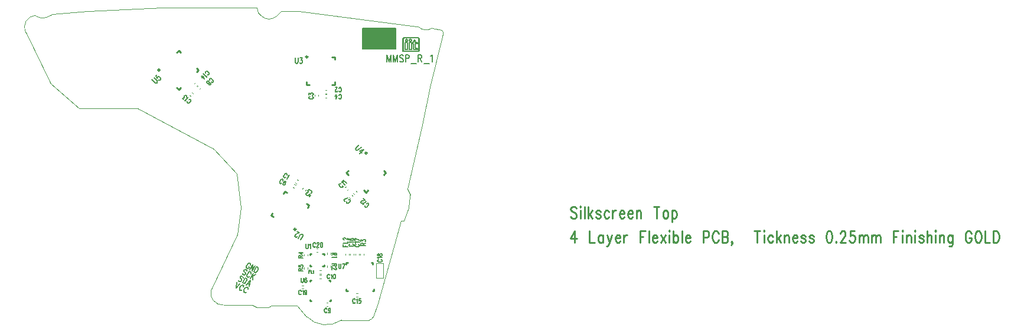
<source format=gbr>
*
*
G04 PADS 9.4.1 Build Number: 494907 generated Gerber (RS-274-X) file*
G04 PC Version=2.1*
*
%IN "MMSP_R_1.pcb"*%
*
%MOIN*%
*
%FSLAX35Y35*%
*
*
*
*
G04 PC Standard Apertures*
*
*
G04 Thermal Relief Aperture macro.*
%AMTER*
1,1,$1,0,0*
1,0,$1-$2,0,0*
21,0,$3,$4,0,0,45*
21,0,$3,$4,0,0,135*
%
*
*
G04 Annular Aperture macro.*
%AMANN*
1,1,$1,0,0*
1,0,$2,0,0*
%
*
*
G04 Odd Aperture macro.*
%AMODD*
1,1,$1,0,0*
1,0,$1-0.005,0,0*
%
*
*
G04 PC Custom Aperture Macros*
*
*
*
*
*
*
G04 PC Aperture Table*
*
%ADD010C,0.001*%
%ADD011C,0.00394*%
%ADD012C,0.004*%
%ADD013C,0.01*%
%ADD014C,0.00591*%
%ADD015C,0.00787*%
*
*
*
*
G04 PC Circuitry*
G04 Layer Name MMSP_R_1.pcb - circuitry*
%LPD*%
*
*
G04 PC Custom Flashes*
G04 Layer Name MMSP_R_1.pcb - flashes*
%LPD*%
*
*
G04 PC Circuitry*
G04 Layer Name MMSP_R_1.pcb - circuitry*
%LPD*%
*
G54D10*
G01X1084338Y879416D02*
G75*
G03X1091450Y870727I6795J-1694D01*
G01X1084337Y879411D02*
X1084469Y879661D01*
X1084449Y879640*
X1099338Y910590*
X1101338Y925590*
X1099000Y945000*
X1086000Y959000*
X1043000Y982000*
X1010098*
X994098Y996000*
X979772Y1024917*
X985282Y1034748D02*
G03X979774Y1024913I607J-6800D01*
G01X985288Y1034748D02*
X985335Y1034744D01*
X986024Y1034055*
X986021Y1034056D02*
G03X994094Y1034883I3373J6886D01*
G01X994091Y1034881D02*
X994565Y1035356D01*
X1015000Y1037000*
X1057000Y1039000*
X1110433*
G03X1113187Y1034052I5045J-433*
G01X1113191Y1034049D02*
G03X1121065I3937J4610D01*
G01X1121067Y1034051D02*
X1124016Y1037000D01*
X1134000*
X1200197Y1028298*
X1201353*
G03X1209173Y1027455I4431J4416*
G01X1209174D02*
X1209247Y1027530D01*
X1214758Y1026365*
X1215407Y1024033D02*
G03X1214757Y1026366I-2399J589D01*
G01X1215407Y1024032D02*
X1208068Y994095D01*
X1203663Y972687*
X1195353Y936537*
X1196877Y932972*
X1193429Y918301D02*
G03X1196877Y932946I-27976J14316D01*
G01X1193432Y918307D02*
X1191535D01*
X1188000Y905000*
X1178563Y871588*
X1175919Y863986*
X1173588Y862205D02*
G03X1175920Y863988I-330J2848D01*
G01X1173585Y862205D02*
X1158055D01*
X1138351Y864223D02*
G03X1158054Y862204I11040J10587D01*
G01X1138356Y864218D02*
X1132826Y870374D01*
X1118110*
X1116978Y869242*
X1110236*
X1107677Y870727*
X1091453*
G54D11*
X1133530Y941241D02*
X1132814Y941654D01*
X1132546Y939536D02*
X1131830Y939949D01*
X1146497Y887600D02*
X1145670D01*
X1146497Y885631D02*
X1145670D01*
X1160578Y937813D02*
X1159994Y937229D01*
X1161970Y936421D02*
X1161386Y935837D01*
X1164746Y934003D02*
X1165330Y933419D01*
X1166138Y935395D02*
X1166722Y934811D01*
X1072226Y989515D02*
X1072811Y988931D01*
X1073618Y990907D02*
X1074203Y990323D01*
X1076430Y994667D02*
X1077014Y995252D01*
X1075038Y996059D02*
X1075622Y996644D01*
X1167126Y877402D02*
X1166299D01*
X1167126Y875433D02*
X1166299D01*
X1162953Y899803D02*
Y898976D01*
X1164921Y899803D02*
Y898976D01*
X1165906Y899803D02*
Y898976D01*
X1167874Y899803D02*
Y898976D01*
X1148819Y990512D02*
X1149646D01*
X1148819Y992480D02*
X1149646D01*
X1142874Y989764D02*
Y988937D01*
X1144843Y989764D02*
Y988937D01*
X1148819Y988150D02*
X1149646D01*
X1148819Y990118D02*
X1149646D01*
X1137501Y935368D02*
X1137914Y936084D01*
X1135796Y936352D02*
X1136209Y937068D01*
X1132152Y938682D02*
X1131436Y939095D01*
X1131168Y936977D02*
X1130452Y937390D01*
X1162384Y931641D02*
X1162968Y931057D01*
X1163776Y933033D02*
X1164360Y932449D01*
X1078004Y993092D02*
X1078589Y993677D01*
X1076613Y994484D02*
X1077197Y995069D01*
X1150434Y872049D02*
X1149607D01*
X1150434Y870080D02*
X1149607D01*
X1145669Y888543D02*
X1146496D01*
X1145669Y890512D02*
X1146496D01*
X1160197Y899803D02*
Y898976D01*
X1162165Y899803D02*
Y898976D01*
X1152028Y899457D02*
Y900284D01*
X1150059Y899457D02*
Y900284D01*
X1149983Y893034D02*
Y892207D01*
X1151951Y893034D02*
Y892207D01*
X1168661Y899803D02*
Y898976D01*
X1170630Y899803D02*
Y898976D01*
X1136437Y881891D02*
X1135610D01*
X1136437Y879922D02*
X1135610D01*
X1136988Y899525D02*
Y898698D01*
X1138956Y899525D02*
Y898698D01*
X1139035Y891216D02*
Y892043D01*
X1137066Y891216D02*
Y892043D01*
X1144685Y902795D02*
X1143858D01*
X1144685Y900827D02*
X1143858D01*
G54D12*
X1181724Y894554D02*
X1177724D01*
Y886154*
X1181724*
Y894554*
G54D13*
X1140945Y884843D02*
X1140157D01*
Y884055*
Y873819D02*
Y873031D01*
X1140945*
X1151181D02*
X1151969D01*
Y873819*
X1151575Y884055D02*
Y884843D01*
X1150787*
X1161449Y894614D02*
X1160661D01*
Y893827*
Y879654D02*
Y878866D01*
X1161449*
X1175622D02*
X1176409D01*
Y879654*
X1175622Y893827D02*
Y894614D01*
X1174835*
X1132353Y913625D02*
G03X1132353I-573J0D01*
G01X1119506Y920711D02*
X1118142Y921499D01*
X1118929Y922863*
X1127380Y934350D02*
X1126016Y935137D01*
X1125229Y933773*
X1138290Y928050D02*
X1139681Y927247D01*
X1138878Y925856*
X1138959Y1011220D02*
G03X1138959I-573J0D01*
G01X1152559D02*
X1154134D01*
Y1009646*
X1152559Y995472D02*
X1154134D01*
Y997047*
X1139961Y995472D02*
X1138354D01*
Y997079*
X1172424Y956805D02*
G03X1172424I-574J0D01*
G01X1181872Y946783D02*
X1182986Y945669D01*
X1181872Y944556*
X1170737Y935647D02*
X1171850Y934534D01*
X1172964Y935647*
X1161828Y944556D02*
X1160693Y945692D01*
X1161828Y946827*
X1055579Y1003740D02*
G03X1055579I-573J0D01*
G01X1065028Y1013762D02*
X1066142Y1014876D01*
X1067255Y1013762*
X1076164Y1002627D02*
X1077277Y1003740D01*
X1076164Y1004854*
X1067255Y993718D02*
X1066119Y992582D01*
X1064984Y993718*
X1140255Y893391D02*
Y892604D01*
X1141043*
X1147342D02*
X1148129D01*
Y893391*
Y898903D02*
Y899690D01*
X1147342*
X1141043D02*
X1140255D01*
Y898903*
X1289674Y912665D02*
X1287402Y908290D01*
X1290811*
X1289674Y912665D02*
Y906102D01*
X1298083Y912665D02*
Y906102D01*
X1300811*
X1305583Y910477D02*
Y906102D01*
Y909540D02*
X1305129Y910165D01*
X1304674Y910477*
X1303992*
X1303538Y910165*
X1303083Y909540*
X1302856Y908602*
Y907977*
X1303083Y907040*
X1303538Y906415*
X1303992Y906102*
X1304674*
X1305129Y906415*
X1305583Y907040*
X1307856Y910477D02*
X1309220Y906102D01*
X1310583Y910477D02*
X1309220Y906102D01*
X1308765Y904852*
X1308311Y904227*
X1307856Y903915*
X1307629*
X1312629Y908602D02*
X1315356D01*
Y909227*
X1315129Y909852*
X1314902Y910165*
X1314447Y910477*
X1313765*
X1313311Y910165*
X1312856Y909540*
X1312629Y908602*
Y907977*
X1312856Y907040*
X1313311Y906415*
X1313765Y906102*
X1314447*
X1314902Y906415*
X1315356Y907040*
X1317402Y910477D02*
Y906102D01*
Y908602D02*
X1317629Y909540D01*
X1318083Y910165*
X1318538Y910477*
X1319220*
X1326492Y912665D02*
Y906102D01*
Y912665D02*
X1329447D01*
X1326492Y909540D02*
X1328311D01*
X1331492Y912665D02*
Y906102D01*
X1333538Y908602D02*
X1336265D01*
Y909227*
X1336038Y909852*
X1335811Y910165*
X1335356Y910477*
X1334674*
X1334220Y910165*
X1333765Y909540*
X1333538Y908602*
Y907977*
X1333765Y907040*
X1334220Y906415*
X1334674Y906102*
X1335356*
X1335811Y906415*
X1336265Y907040*
X1338311Y910477D02*
X1340811Y906102D01*
Y910477D02*
X1338311Y906102D01*
X1342856Y912665D02*
X1343083Y912352D01*
X1343311Y912665*
X1343083Y912977*
X1342856Y912665*
X1343083Y910477D02*
Y906102D01*
X1345356Y912665D02*
Y906102D01*
Y909540D02*
X1345811Y910165D01*
X1346265Y910477*
X1346947*
X1347402Y910165*
X1347856Y909540*
X1348083Y908602*
Y907977*
X1347856Y907040*
X1347402Y906415*
X1346947Y906102*
X1346265*
X1345811Y906415*
X1345356Y907040*
X1350129Y912665D02*
Y906102D01*
X1352174Y908602D02*
X1354902D01*
Y909227*
X1354674Y909852*
X1354447Y910165*
X1353992Y910477*
X1353311*
X1352856Y910165*
X1352402Y909540*
X1352174Y908602*
Y907977*
X1352402Y907040*
X1352856Y906415*
X1353311Y906102*
X1353992*
X1354447Y906415*
X1354902Y907040*
X1362174Y912665D02*
Y906102D01*
Y912665D02*
X1364220D01*
X1364902Y912352*
X1365129Y912040*
X1365356Y911415*
Y910477*
X1365129Y909852*
X1364902Y909540*
X1364220Y909227*
X1362174*
X1370811Y911102D02*
X1370583Y911727D01*
X1370129Y912352*
X1369674Y912665*
X1368765*
X1368311Y912352*
X1367856Y911727*
X1367629Y911102*
X1367402Y910165*
Y908602*
X1367629Y907665*
X1367856Y907040*
X1368311Y906415*
X1368765Y906102*
X1369674*
X1370129Y906415*
X1370583Y907040*
X1370811Y907665*
X1372856Y912665D02*
Y906102D01*
Y912665D02*
X1374902D01*
X1375583Y912352*
X1375811Y912040*
X1376038Y911415*
Y910790*
X1375811Y910165*
X1375583Y909852*
X1374902Y909540*
X1372856D02*
X1374902D01*
X1375583Y909227*
X1375811Y908915*
X1376038Y908290*
Y907352*
X1375811Y906727*
X1375583Y906415*
X1374902Y906102*
X1372856*
X1378538Y906415D02*
X1378311Y906102D01*
X1378083Y906415*
X1378311Y906727*
X1378538Y906415*
Y905790*
X1378311Y905165*
X1378083Y904852*
X1392629Y912665D02*
Y906102D01*
X1391038Y912665D02*
X1394220D01*
X1396265D02*
X1396492Y912352D01*
X1396720Y912665*
X1396492Y912977*
X1396265Y912665*
X1396492Y910477D02*
Y906102D01*
X1401492Y909540D02*
X1401038Y910165D01*
X1400583Y910477*
X1399902*
X1399447Y910165*
X1398992Y909540*
X1398765Y908602*
Y907977*
X1398992Y907040*
X1399447Y906415*
X1399902Y906102*
X1400583*
X1401038Y906415*
X1401492Y907040*
X1403538Y912665D02*
Y906102D01*
X1405811Y910477D02*
X1403538Y907352D01*
X1404447Y908602D02*
X1406038Y906102D01*
X1408083Y910477D02*
Y906102D01*
Y909227D02*
X1408765Y910165D01*
X1409220Y910477*
X1409902*
X1410356Y910165*
X1410583Y909227*
Y906102*
X1412629Y908602D02*
X1415356D01*
Y909227*
X1415129Y909852*
X1414902Y910165*
X1414447Y910477*
X1413765*
X1413311Y910165*
X1412856Y909540*
X1412629Y908602*
Y907977*
X1412856Y907040*
X1413311Y906415*
X1413765Y906102*
X1414447*
X1414902Y906415*
X1415356Y907040*
X1419902Y909540D02*
X1419674Y910165D01*
X1418992Y910477*
X1418311*
X1417629Y910165*
X1417402Y909540*
X1417629Y908915*
X1418083Y908602*
X1419220Y908290*
X1419674Y907977*
X1419902Y907352*
Y907040*
X1419674Y906415*
X1418992Y906102*
X1418311*
X1417629Y906415*
X1417402Y907040*
X1424447Y909540D02*
X1424220Y910165D01*
X1423538Y910477*
X1422856*
X1422174Y910165*
X1421947Y909540*
X1422174Y908915*
X1422629Y908602*
X1423765Y908290*
X1424220Y907977*
X1424447Y907352*
Y907040*
X1424220Y906415*
X1423538Y906102*
X1422856*
X1422174Y906415*
X1421947Y907040*
X1433083Y912665D02*
X1432402Y912352D01*
X1431947Y911415*
X1431720Y909852*
Y908915*
X1431947Y907352*
X1432402Y906415*
X1433083Y906102*
X1433538*
X1434220Y906415*
X1434674Y907352*
X1434902Y908915*
Y909852*
X1434674Y911415*
X1434220Y912352*
X1433538Y912665*
X1433083*
X1437174Y906727D02*
X1436947Y906415D01*
X1437174Y906102*
X1437402Y906415*
X1437174Y906727*
X1439674Y911102D02*
Y911415D01*
X1439902Y912040*
X1440129Y912352*
X1440583Y912665*
X1441492*
X1441947Y912352*
X1442174Y912040*
X1442402Y911415*
Y910790*
X1442174Y910165*
X1441720Y909227*
X1439447Y906102*
X1442629*
X1447629Y912665D02*
X1445356D01*
X1445129Y909852*
X1445356Y910165*
X1446038Y910477*
X1446720*
X1447402Y910165*
X1447856Y909540*
X1448083Y908602*
X1447856Y907977*
X1447629Y907040*
X1447174Y906415*
X1446492Y906102*
X1445811*
X1445129Y906415*
X1444902Y906727*
X1444674Y907352*
X1450129Y910477D02*
Y906102D01*
Y909227D02*
X1450811Y910165D01*
X1451265Y910477*
X1451947*
X1452402Y910165*
X1452629Y909227*
Y906102*
Y909227D02*
X1453311Y910165D01*
X1453765Y910477*
X1454447*
X1454902Y910165*
X1455129Y909227*
Y906102*
X1457174Y910477D02*
Y906102D01*
Y909227D02*
X1457856Y910165D01*
X1458311Y910477*
X1458992*
X1459447Y910165*
X1459674Y909227*
Y906102*
Y909227D02*
X1460356Y910165D01*
X1460811Y910477*
X1461492*
X1461947Y910165*
X1462174Y909227*
Y906102*
X1469447Y912665D02*
Y906102D01*
Y912665D02*
X1472402D01*
X1469447Y909540D02*
X1471265D01*
X1474447Y912665D02*
X1474674Y912352D01*
X1474902Y912665*
X1474674Y912977*
X1474447Y912665*
X1474674Y910477D02*
Y906102D01*
X1476947Y910477D02*
Y906102D01*
Y909227D02*
X1477629Y910165D01*
X1478083Y910477*
X1478765*
X1479220Y910165*
X1479447Y909227*
Y906102*
X1481492Y912665D02*
X1481720Y912352D01*
X1481947Y912665*
X1481720Y912977*
X1481492Y912665*
X1481720Y910477D02*
Y906102D01*
X1486492Y909540D02*
X1486265Y910165D01*
X1485583Y910477*
X1484902*
X1484220Y910165*
X1483992Y909540*
X1484220Y908915*
X1484674Y908602*
X1485811Y908290*
X1486265Y907977*
X1486492Y907352*
Y907040*
X1486265Y906415*
X1485583Y906102*
X1484902*
X1484220Y906415*
X1483992Y907040*
X1488538Y912665D02*
Y906102D01*
Y909227D02*
X1489220Y910165D01*
X1489674Y910477*
X1490356*
X1490811Y910165*
X1491038Y909227*
Y906102*
X1493083Y912665D02*
X1493311Y912352D01*
X1493538Y912665*
X1493311Y912977*
X1493083Y912665*
X1493311Y910477D02*
Y906102D01*
X1495583Y910477D02*
Y906102D01*
Y909227D02*
X1496265Y910165D01*
X1496720Y910477*
X1497402*
X1497856Y910165*
X1498083Y909227*
Y906102*
X1502856Y910477D02*
Y905477D01*
X1502629Y904540*
X1502402Y904227*
X1501947Y903915*
X1501265*
X1500811Y904227*
X1502856Y909540D02*
X1502402Y910165D01*
X1501947Y910477*
X1501265*
X1500811Y910165*
X1500356Y909540*
X1500129Y908602*
Y907977*
X1500356Y907040*
X1500811Y906415*
X1501265Y906102*
X1501947*
X1502402Y906415*
X1502856Y907040*
X1513538Y911102D02*
X1513311Y911727D01*
X1512856Y912352*
X1512402Y912665*
X1511492*
X1511038Y912352*
X1510583Y911727*
X1510356Y911102*
X1510129Y910165*
Y908602*
X1510356Y907665*
X1510583Y907040*
X1511038Y906415*
X1511492Y906102*
X1512402*
X1512856Y906415*
X1513311Y907040*
X1513538Y907665*
Y908602*
X1512402D02*
X1513538D01*
X1516947Y912665D02*
X1516492Y912352D01*
X1516038Y911727*
X1515811Y911102*
X1515583Y910165*
Y908602*
X1515811Y907665*
X1516038Y907040*
X1516492Y906415*
X1516947Y906102*
X1517856*
X1518311Y906415*
X1518765Y907040*
X1518992Y907665*
X1519220Y908602*
Y910165*
X1518992Y911102*
X1518765Y911727*
X1518311Y912352*
X1517856Y912665*
X1516947*
X1521265D02*
Y906102D01*
X1523992*
X1526038Y912665D02*
Y906102D01*
Y912665D02*
X1527629D01*
X1528311Y912352*
X1528765Y911727*
X1528992Y911102*
X1529220Y910165*
Y908602*
X1528992Y907665*
X1528765Y907040*
X1528311Y906415*
X1527629Y906102*
X1526038*
X1290583Y925507D02*
X1290129Y926132D01*
X1289447Y926444*
X1288538*
X1287856Y926132*
X1287402Y925507*
Y924882*
X1287629Y924257*
X1287856Y923944*
X1288311Y923632*
X1289674Y923007*
X1290129Y922694*
X1290356Y922382*
X1290583Y921757*
Y920819*
X1290129Y920194*
X1289447Y919882*
X1288538*
X1287856Y920194*
X1287402Y920819*
X1292629Y926444D02*
X1292856Y926132D01*
X1293083Y926444*
X1292856Y926757*
X1292629Y926444*
X1292856Y924257D02*
Y919882D01*
X1295129Y926444D02*
Y919882D01*
X1297174Y926444D02*
Y919882D01*
X1299447Y924257D02*
X1297174Y921132D01*
X1298083Y922382D02*
X1299674Y919882D01*
X1304220Y923319D02*
X1303992Y923944D01*
X1303311Y924257*
X1302629*
X1301947Y923944*
X1301720Y923319*
X1301947Y922694*
X1302402Y922382*
X1303538Y922069*
X1303992Y921757*
X1304220Y921132*
Y920819*
X1303992Y920194*
X1303311Y919882*
X1302629*
X1301947Y920194*
X1301720Y920819*
X1308992Y923319D02*
X1308538Y923944D01*
X1308083Y924257*
X1307402*
X1306947Y923944*
X1306492Y923319*
X1306265Y922382*
Y921757*
X1306492Y920819*
X1306947Y920194*
X1307402Y919882*
X1308083*
X1308538Y920194*
X1308992Y920819*
X1311038Y924257D02*
Y919882D01*
Y922382D02*
X1311265Y923319D01*
X1311720Y923944*
X1312174Y924257*
X1312856*
X1314902Y922382D02*
X1317629D01*
Y923007*
X1317402Y923632*
X1317174Y923944*
X1316720Y924257*
X1316038*
X1315583Y923944*
X1315129Y923319*
X1314902Y922382*
Y921757*
X1315129Y920819*
X1315583Y920194*
X1316038Y919882*
X1316720*
X1317174Y920194*
X1317629Y920819*
X1319674Y922382D02*
X1322402D01*
Y923007*
X1322174Y923632*
X1321947Y923944*
X1321492Y924257*
X1320811*
X1320356Y923944*
X1319902Y923319*
X1319674Y922382*
Y921757*
X1319902Y920819*
X1320356Y920194*
X1320811Y919882*
X1321492*
X1321947Y920194*
X1322402Y920819*
X1324447Y924257D02*
Y919882D01*
Y923007D02*
X1325129Y923944D01*
X1325583Y924257*
X1326265*
X1326720Y923944*
X1326947Y923007*
Y919882*
X1335811Y926444D02*
Y919882D01*
X1334220Y926444D02*
X1337402D01*
X1340583Y924257D02*
X1340129Y923944D01*
X1339674Y923319*
X1339447Y922382*
Y921757*
X1339674Y920819*
X1340129Y920194*
X1340583Y919882*
X1341265*
X1341720Y920194*
X1342174Y920819*
X1342402Y921757*
Y922382*
X1342174Y923319*
X1341720Y923944*
X1341265Y924257*
X1340583*
X1344447D02*
Y917694D01*
Y923319D02*
X1344902Y923944D01*
X1345356Y924257*
X1346038*
X1346492Y923944*
X1346947Y923319*
X1347174Y922382*
Y921757*
X1346947Y920819*
X1346492Y920194*
X1346038Y919882*
X1345356*
X1344902Y920194*
X1344447Y920819*
G54D14*
X1127147Y944341D02*
X1127192Y944599D01*
X1127160Y944901*
X1127067Y945097*
X1126757Y945276*
X1126540Y945259*
X1126262Y945135*
X1126062Y944967*
X1125800Y944692*
X1125492Y944159*
X1125385Y943795*
X1125340Y943537*
X1125371Y943235*
X1125465Y943039*
X1125775Y942860*
X1125991Y942877*
X1126269Y943000*
X1126470Y943169*
X1127906Y944045D02*
X1128122Y944062D01*
X1128539Y944247*
X1127247Y942010*
X1151342Y887598D02*
X1151253Y887844D01*
X1151074Y888091*
X1150895Y888214*
X1150537*
X1150358Y888091*
X1150179Y887844*
X1150089Y887598*
X1150000Y887229*
Y886614*
X1150089Y886245*
X1150179Y885999*
X1150358Y885753*
X1150537Y885630*
X1150895*
X1151074Y885753*
X1151253Y885999*
X1151342Y886245*
X1152147Y887721D02*
X1152326Y887844D01*
X1152595Y888214*
Y885630*
X1153937Y888214D02*
X1153669Y888091D01*
X1153490Y887721*
X1153400Y887106*
Y886737*
X1153490Y886122*
X1153669Y885753*
X1153937Y885630*
X1154116*
X1154384Y885753*
X1154563Y886122*
X1154653Y886737*
Y887106*
X1154563Y887721*
X1154384Y888091*
X1154116Y888214*
X1153937*
X1157671Y939330D02*
X1157434Y939441D01*
X1157133Y939488*
X1156920Y939449*
X1156667Y939196*
X1156627Y938982*
X1156675Y938682*
X1156785Y938445*
X1156983Y938120*
X1157418Y937685*
X1157742Y937488*
X1157980Y937377*
X1158280Y937329*
X1158494Y937369*
X1158747Y937622*
X1158786Y937836*
X1158739Y938136*
X1158628Y938373*
X1158154Y939987D02*
X1158193Y940200D01*
X1158122Y940651*
X1159949Y938824*
X1159039Y940873D02*
X1159079Y941086D01*
X1159008Y941537*
X1160835Y939710*
X1171382Y927195D02*
X1171272Y926958D01*
X1171224Y926657*
X1171264Y926444*
X1171517Y926191*
X1171730Y926151*
X1172031Y926199*
X1172268Y926309*
X1172592Y926507*
X1173027Y926942*
X1173225Y927266*
X1173336Y927504*
X1173383Y927804*
X1173344Y928018*
X1173091Y928271*
X1172877Y928310*
X1172577Y928263*
X1172577D02*
X1172339Y928152D01*
X1170726Y927678D02*
X1170512Y927717D01*
X1170062Y927646*
X1171888Y929473*
X1169864Y928714D02*
X1169777Y928627D01*
X1169540Y928516*
X1169389Y928492*
X1169176Y928532*
X1168923Y928785*
X1168883Y928998*
X1168907Y929149*
X1169018Y929386*
X1169192Y929560*
X1169429Y929671*
X1169816Y929805*
X1171319Y930042*
X1170433Y930928*
X1071027Y986038D02*
X1070916Y985801D01*
X1070868Y985500*
X1070908Y985287*
X1071161Y985033*
X1071375Y984994*
X1071675Y985041*
X1071912Y985152*
X1072237Y985350*
X1072672Y985785*
X1072869Y986109*
X1072980Y986346*
X1073027Y986647*
X1072988Y986860*
X1072735Y987113*
X1072521Y987153*
X1072221Y987106*
X1071984Y986995*
X1070370Y986520D02*
X1070157Y986560D01*
X1069706Y986489*
X1071533Y988316*
X1069010Y987185D02*
X1068314Y987881D01*
X1069389Y988197*
X1069200Y988387*
X1069160Y988600*
X1069184Y988751*
X1069382Y989075*
X1069556Y989249*
X1069880Y989447*
X1070180Y989494*
X1070457Y989391*
X1070647Y989201*
X1070750Y988925*
X1070726Y988774*
X1070615Y988537*
X1082293Y1001127D02*
X1082530Y1001016D01*
X1082830Y1000969*
X1083044Y1001008*
X1083297Y1001261*
X1083337Y1001475*
X1083289Y1001775*
X1083178Y1002013*
X1082981Y1002337*
X1082546Y1002772*
X1082221Y1002970*
X1081984Y1003080*
X1081684Y1003128*
X1081470Y1003088*
X1081217Y1002835*
X1081177Y1002622*
X1081225Y1002321*
X1081336Y1002084*
X1081810Y1000470D02*
X1081771Y1000257D01*
X1081842Y999806*
X1080015Y1001633*
X1080640Y998604D02*
X1080054Y1000455D01*
X1079105Y999506*
X1080640Y998604D02*
X1078813Y1000431D01*
X1165712Y873622D02*
X1165623Y873868D01*
X1165444Y874114*
X1165265Y874237*
X1164907*
X1164728Y874114*
X1164549Y873868*
X1164460Y873622*
X1164370Y873253*
Y872638*
X1164460Y872269*
X1164549Y872023*
X1164728Y871777*
X1164907Y871654*
X1165265*
X1165444Y871777*
X1165623Y872023*
X1165712Y872269*
X1166518Y873745D02*
X1166696Y873868D01*
X1166965Y874237*
Y871654*
X1168933Y874237D02*
X1168039D01*
X1167949Y873130*
X1168039Y873253*
X1168307Y873376*
X1168576*
X1168844Y873253*
X1169023Y873007*
X1169112Y872638*
X1169023Y872392*
X1168933Y872023*
X1168754Y871777*
X1168486Y871654*
X1168218*
X1167949Y871777*
X1167860Y871900*
X1167770Y872146*
X1162992Y905279D02*
X1162746Y905190D01*
X1162500Y905011*
X1162377Y904832*
Y904474*
X1162500Y904295*
X1162746Y904116*
X1162992Y904026*
X1163361Y903937*
X1163976*
X1164345Y904026*
X1164592Y904116*
X1164838Y904295*
X1164961Y904474*
Y904832*
X1164838Y905011*
X1164592Y905190*
X1164345Y905279*
X1162869Y906084D02*
X1162746Y906263D01*
X1162377Y906532*
X1164961*
X1162746Y908411D02*
X1162500Y908321D01*
X1162377Y908053*
Y907874*
X1162500Y907606*
X1162869Y907427*
X1163484Y907337*
X1164099*
X1164592Y907427*
X1164838Y907606*
X1164961Y907874*
Y907963*
X1164838Y908232*
X1164592Y908411*
X1164222Y908500*
X1164099*
X1163730Y908411*
X1163484Y908232*
X1163361Y907963*
Y907874*
X1163484Y907606*
X1163730Y907427*
X1164099Y907337*
X1166142Y905082D02*
X1165896Y904993D01*
X1165650Y904814*
X1165527Y904635*
Y904277*
X1165650Y904098*
X1165896Y903919*
X1166142Y903830*
X1166511Y903740*
X1167126*
X1167495Y903830*
X1167741Y903919*
X1167987Y904098*
X1168110Y904277*
Y904635*
X1167987Y904814*
X1167741Y904993*
X1167495Y905082*
X1166019Y905888D02*
X1165896Y906067D01*
X1165527Y906335*
X1168110*
X1165527Y908393D02*
X1168110Y907498D01*
X1165527Y907140D02*
Y908393D01*
X1178937Y896421D02*
X1178691Y896331D01*
X1178445Y896152*
X1178322Y895974*
Y895616*
X1178445Y895437*
X1178691Y895258*
X1178937Y895168*
X1179306Y895079*
X1179921*
X1180290Y895168*
X1180536Y895258*
X1180782Y895437*
X1180906Y895616*
Y895974*
X1180782Y896152*
X1180536Y896331*
X1180290Y896421*
X1178814Y897226D02*
X1178691Y897405D01*
X1178322Y897674*
X1180906*
X1178322Y898926D02*
X1178445Y898658D01*
X1178691Y898568*
X1178937*
X1179183Y898658*
X1179306Y898837*
X1179429Y899195*
X1179552Y899463*
X1179798Y899642*
X1180044Y899732*
X1180413*
X1180659Y899642*
X1180782Y899553*
X1180906Y899284*
Y898926*
X1180782Y898658*
X1180659Y898568*
X1180413Y898479*
X1180044*
X1179798Y898568*
X1179552Y898747*
X1179429Y899016*
X1179306Y899374*
X1179183Y899553*
X1178937Y899642*
X1178691*
X1178445Y899553*
X1178322Y899284*
Y898926*
X1156532Y991929D02*
X1156621Y991683D01*
X1156800Y991437*
X1156979Y991314*
X1157337*
X1157516Y991437*
X1157695Y991683*
X1157785Y991929*
X1157874Y992298*
Y992913*
X1157785Y993282*
X1157695Y993529*
X1157516Y993775*
X1157337Y993898*
X1156979*
X1156800Y993775*
X1156621Y993529*
X1156532Y993282*
X1155637Y991929D02*
Y991806D01*
X1155548Y991560*
X1155458Y991437*
X1155279Y991314*
X1154921*
X1154742Y991437*
X1154653Y991560*
X1154563Y991806*
Y992052*
X1154653Y992298*
X1154832Y992667*
X1155727Y993898*
X1154474*
X1140157Y988744D02*
X1139911Y988654D01*
X1139665Y988475*
X1139542Y988296*
Y987938*
X1139665Y987759*
X1139911Y987581*
X1140157Y987491*
X1140527Y987402*
X1141142*
X1141511Y987491*
X1141757Y987581*
X1142003Y987759*
X1142126Y987938*
Y988296*
X1142003Y988475*
X1141757Y988654*
X1141511Y988744*
X1139542Y989728D02*
Y990712D01*
X1140527Y990175*
Y990444*
X1140650Y990623*
X1140773Y990712*
X1141142Y990802*
X1141388*
X1141757Y990712*
X1142003Y990533*
X1142126Y990265*
Y989996*
X1142003Y989728*
X1141880Y989639*
X1141634Y989549*
X1156532Y987992D02*
X1156621Y987746D01*
X1156800Y987500*
X1156979Y987377*
X1157337*
X1157516Y987500*
X1157695Y987746*
X1157785Y987992*
X1157874Y988361*
Y988976*
X1157785Y989345*
X1157695Y989592*
X1157516Y989838*
X1157337Y989961*
X1156979*
X1156800Y989838*
X1156621Y989592*
X1156532Y989345*
X1154832Y987377D02*
X1155727Y989099D01*
X1154384*
X1154832Y987377D02*
Y989961D01*
X1140469Y934166D02*
X1140727Y934120D01*
X1141030Y934152*
X1141226Y934246*
X1141405Y934556*
X1141388Y934772*
X1141264Y935050*
X1141096Y935251*
X1140821Y935513*
X1140288Y935820*
X1139924Y935927*
X1139666Y935973*
X1139363Y935941*
X1139167Y935847*
X1138988Y935537*
X1139005Y935321*
X1139129Y935043*
X1139297Y934842*
X1140018Y932153D02*
X1140465Y932928D01*
X1139551Y933559*
X1139613Y933420*
X1139585Y933126*
X1139451Y932894*
X1139210Y932723*
X1138908Y932691*
X1138543Y932798*
X1138375Y932999*
X1138100Y933261*
X1137976Y933539*
X1138004Y933833*
X1138138Y934065*
X1138379Y934236*
X1138530Y934252*
X1138788Y934207*
X1124960Y941032D02*
X1125006Y941290D01*
X1124974Y941592*
X1124880Y941788*
X1124570Y941967*
X1124354Y941950*
X1124076Y941827*
X1123875Y941658*
X1123613Y941383*
X1123306Y940851*
X1123199Y940486*
X1123153Y940228*
X1123185Y939926*
X1123279Y939730*
X1123589Y939551*
X1123805Y939568*
X1124083Y939691*
X1124284Y939860*
X1126711Y940305D02*
X1126756Y940563D01*
X1126585Y940804*
X1126430Y940893*
X1126136Y940921*
X1125797Y940691*
X1125412Y940203*
X1125104Y939670*
X1124936Y939199*
X1124967Y938897*
X1125138Y938656*
X1125216Y938611*
X1125510Y938584*
X1125788Y938707*
X1126050Y938982*
X1126111Y939089*
X1126219Y939453*
X1126187Y939756*
X1126016Y939996*
X1125938Y940041*
X1125644Y940069*
X1125366Y939945*
X1125104Y939670*
X1161045Y929282D02*
X1160934Y929044D01*
X1160887Y928744*
X1160926Y928530*
X1161179Y928277*
X1161393Y928238*
X1161693Y928285*
X1161931Y928396*
X1162255Y928593*
X1162690Y929028*
X1162888Y929353*
X1162998Y929590*
X1163046Y929890*
X1163006Y930104*
X1162753Y930357*
X1162540Y930397*
X1162239Y930349*
X1162002Y930238*
X1159155Y930302D02*
X1161614Y931496D01*
X1160040Y929416D02*
X1159155Y930302D01*
X1084625Y996999D02*
X1084862Y996888D01*
X1085162Y996841*
X1085376Y996881*
X1085629Y997134*
X1085669Y997347*
X1085621Y997648*
X1085510Y997885*
X1085313Y998209*
X1084878Y998644*
X1084553Y998842*
X1084316Y998953*
X1084016Y999000*
X1083802Y998961*
X1083549Y998707*
X1083509Y998494*
X1083557Y998193*
X1083668Y997956*
X1084174Y995678D02*
X1084277Y995955D01*
X1084166Y996192*
X1083992Y996366*
X1083755Y996477*
X1083541Y996438*
X1083201Y996272*
X1082924Y996169*
X1082624Y996216*
X1082386Y996327*
X1082125Y996588*
X1082015Y996825*
X1081991Y996975*
X1082094Y997252*
X1082347Y997505*
X1082624Y997608*
X1082774Y997584*
X1083011Y997474*
X1083272Y997213*
X1083383Y996975*
X1083430Y996675*
X1083328Y996398*
X1083161Y996058*
X1083122Y995844*
X1083233Y995607*
X1083407Y995433*
X1083644Y995323*
X1083921Y995425*
X1084174Y995678*
X1149767Y868307D02*
X1149678Y868553D01*
X1149499Y868799*
X1149320Y868922*
X1148962*
X1148783Y868799*
X1148604Y868553*
X1148515Y868307*
X1148425Y867938*
Y867323*
X1148515Y866954*
X1148604Y866708*
X1148783Y866462*
X1148962Y866339*
X1149320*
X1149499Y866462*
X1149678Y866708*
X1149767Y866954*
X1151736Y868061D02*
X1151646Y867692D01*
X1151467Y867446*
X1151199Y867323*
X1151110*
X1150841Y867446*
X1150662Y867692*
X1150573Y868061*
Y868184*
X1150662Y868553*
X1150841Y868799*
X1151110Y868922*
X1151199*
X1151467Y868799*
X1151646Y868553*
X1151736Y868061*
Y867446*
X1151646Y866831*
X1151467Y866462*
X1151199Y866339*
X1151020*
X1150752Y866462*
X1150662Y866708*
X1139764Y890330D02*
Y888780D01*
Y890330D02*
X1140462D01*
X1139764Y889592D02*
X1140193D01*
X1140945Y890330D02*
Y888780D01*
X1141589*
X1142072Y890034D02*
X1142180Y890108D01*
X1142341Y890330*
Y888780*
X1159031Y903740D02*
X1161614D01*
X1159031D02*
Y904903D01*
X1160261Y903740D02*
Y904456D01*
X1159031Y905709D02*
X1161614D01*
Y906782*
X1159646Y907677D02*
X1159523D01*
X1159277Y907767*
X1159154Y907856*
X1159031Y908035*
Y908393*
X1159154Y908572*
X1159277Y908661*
X1159523Y908751*
X1159769*
X1160015Y908661*
X1160384Y908482*
X1161614Y907588*
Y908840*
X1155340Y900197D02*
X1152756D01*
X1155340D02*
Y899392D01*
X1155217Y899123*
X1155094Y899034*
X1154847Y898944*
X1154601*
X1154355Y899034*
X1154232Y899123*
X1154109Y899392*
Y900197*
Y899571D02*
X1152756Y898944D01*
X1154847Y898139D02*
X1154970Y897960D01*
X1155340Y897691*
X1152756*
X1155340Y894094D02*
X1152756D01*
X1155340D02*
Y893289D01*
X1155217Y893021*
X1155094Y892931*
X1154847Y892842*
X1154601*
X1154355Y892931*
X1154232Y893021*
X1154109Y893289*
Y894094*
Y893468D02*
X1152756Y892842D01*
X1154724Y891947D02*
X1154847D01*
X1155094Y891858*
X1155217Y891768*
X1155340Y891589*
Y891231*
X1155217Y891052*
X1155094Y890963*
X1154847Y890873*
X1154601*
X1154355Y890963*
X1153986Y891142*
X1152756Y892037*
Y890784*
X1169070Y904528D02*
X1171654D01*
X1169070D02*
Y905333D01*
X1169193Y905601*
X1169316Y905691*
X1169562Y905780*
X1169808*
X1170054Y905691*
X1170177Y905601*
X1170300Y905333*
Y904528*
Y905154D02*
X1171654Y905780D01*
X1169070Y906764D02*
Y907749D01*
X1170054Y907212*
Y907480*
X1170177Y907659*
X1170300Y907749*
X1170669Y907838*
X1170915*
X1171284Y907749*
X1171531Y907570*
X1171654Y907301*
Y907033*
X1171531Y906764*
X1171407Y906675*
X1171161Y906586*
X1135236Y886048D02*
Y884203D01*
X1135326Y883834*
X1135505Y883588*
X1135773Y883465*
X1135952*
X1136220Y883588*
X1136399Y883834*
X1136489Y884203*
Y886048*
X1138368Y885679D02*
X1138278Y885925D01*
X1138010Y886048*
X1137831*
X1137563Y885925*
X1137384Y885556*
X1137294Y884941*
Y884326*
X1137384Y883834*
X1137563Y883588*
X1137831Y883465*
X1137921*
X1138189Y883588*
X1138368Y883834*
X1138457Y884203*
Y884326*
X1138368Y884695*
X1138189Y884941*
X1137921Y885064*
X1137831*
X1137563Y884941*
X1137384Y884695*
X1137294Y884326*
X1156496Y894119D02*
Y892274D01*
X1156586Y891905*
X1156764Y891658*
X1157033Y891535*
X1157212*
X1157480Y891658*
X1157659Y891905*
X1157749Y892274*
Y894119*
X1159807D02*
X1158912Y891535D01*
X1158554Y894119D02*
X1159807D01*
X1137992Y905340D02*
Y903494D01*
X1138082Y903125*
X1138261Y902879*
X1138529Y902756*
X1138708*
X1138976Y902879*
X1139155Y903125*
X1139245Y903494*
Y905340*
X1140050Y904847D02*
X1140229Y904970D01*
X1140497Y905340*
Y902756*
X1135200Y878543D02*
X1135111Y878789D01*
X1134932Y879035*
X1134753Y879158*
X1134395*
X1134216Y879035*
X1134037Y878789*
X1133948Y878543*
X1133858Y878174*
Y877559*
X1133948Y877190*
X1134037Y876944*
X1134216Y876698*
X1134395Y876575*
X1134753*
X1134932Y876698*
X1135111Y876944*
X1135200Y877190*
X1136006Y878666D02*
X1136185Y878789D01*
X1136453Y879158*
Y876575*
X1138422Y878297D02*
X1138332Y877928D01*
X1138153Y877682*
X1137885Y877559*
X1137795*
X1137527Y877682*
X1137348Y877928*
X1137258Y878297*
Y878420*
X1137348Y878789*
X1137527Y879035*
X1137795Y879158*
X1137885*
X1138153Y879035*
X1138332Y878789*
X1138422Y878297*
Y877682*
X1138332Y877067*
X1138153Y876698*
X1137885Y876575*
X1137706*
X1137437Y876698*
X1137348Y876944*
X1133834Y897441D02*
X1136417D01*
X1133834D02*
Y898246D01*
X1133957Y898515*
X1134080Y898604*
X1134326Y898694*
X1134572*
X1134818Y898604*
X1134941Y898515*
X1135064Y898246*
Y897441*
Y898067D02*
X1136417Y898694D01*
X1133834Y900394D02*
X1135556Y899499D01*
Y900841*
X1133834Y900394D02*
X1136417D01*
X1133834Y890157D02*
X1136417D01*
X1133834D02*
Y890963D01*
X1133957Y891231*
X1134080Y891321*
X1134326Y891410*
X1134572*
X1134818Y891321*
X1134941Y891231*
X1135064Y890963*
Y890157*
Y890784D02*
X1136417Y891410D01*
X1133834Y893379D02*
Y892484D01*
X1134941Y892394*
X1134818Y892484*
X1134695Y892752*
Y893021*
X1134818Y893289*
X1135064Y893468*
X1135433Y893558*
X1135679Y893468*
X1136048Y893379*
X1136294Y893200*
X1136417Y892931*
Y892663*
X1136294Y892394*
X1136171Y892305*
X1135925Y892215*
X1143271Y905512D02*
X1143182Y905758D01*
X1143003Y906004*
X1142824Y906127*
X1142466*
X1142287Y906004*
X1142108Y905758*
X1142019Y905512*
X1141929Y905143*
Y904528*
X1142019Y904158*
X1142108Y903912*
X1142287Y903666*
X1142466Y903543*
X1142824*
X1143003Y903666*
X1143182Y903912*
X1143271Y904158*
X1144166Y905512D02*
Y905635D01*
X1144256Y905881*
X1144345Y906004*
X1144524Y906127*
X1144882*
X1145061Y906004*
X1145150Y905881*
X1145240Y905635*
Y905389*
X1145150Y905143*
X1144971Y904774*
X1144077Y903543*
X1145329*
X1146671Y906127D02*
X1146403Y906004D01*
X1146224Y905635*
X1146135Y905020*
Y904651*
X1146224Y904035*
X1146403Y903666*
X1146671Y903543*
X1146850*
X1147119Y903666*
X1147298Y904035*
X1147387Y904651*
Y905020*
X1147298Y905635*
X1147119Y906004*
X1146850Y906127*
X1146671*
X1169783Y1027264D02*
X1188484D01*
Y1015846*
X1169783*
Y1027264*
X1188484*
X1169783Y1026673D02*
X1188484D01*
X1169783Y1026083D02*
X1188484D01*
X1169783Y1025492D02*
X1188484D01*
X1169783Y1024902D02*
X1188484D01*
X1169783Y1024311D02*
X1188484D01*
X1169783Y1023720D02*
X1188484D01*
X1169783Y1023130D02*
X1188484D01*
X1169783Y1022539D02*
X1188484D01*
X1169783Y1021949D02*
X1188484D01*
X1169783Y1021358D02*
X1188484D01*
X1169783Y1020768D02*
X1188484D01*
X1169783Y1020177D02*
X1188484D01*
X1169783Y1019587D02*
X1188484D01*
X1169783Y1018996D02*
X1188484D01*
X1169783Y1018406D02*
X1188484D01*
X1169783Y1017815D02*
X1188484D01*
X1169783Y1017224D02*
X1188484D01*
X1169783Y1016634D02*
X1188484D01*
X1169783Y1016043D02*
X1188484D01*
X1169783Y1015846D02*
Y1027264D01*
X1170374Y1015846D02*
Y1027264D01*
X1170965Y1015846D02*
Y1027264D01*
X1171555Y1015846D02*
Y1027264D01*
X1172146Y1015846D02*
Y1027264D01*
X1172736Y1015846D02*
Y1027264D01*
X1173327Y1015846D02*
Y1027264D01*
X1173917Y1015846D02*
Y1027264D01*
X1174508Y1015846D02*
Y1027264D01*
X1175098Y1015846D02*
Y1027264D01*
X1175689Y1015846D02*
Y1027264D01*
X1176280Y1015846D02*
Y1027264D01*
X1176870Y1015846D02*
Y1027264D01*
X1177461Y1015846D02*
Y1027264D01*
X1178051Y1015846D02*
Y1027264D01*
X1178642Y1015846D02*
Y1027264D01*
X1179232Y1015846D02*
Y1027264D01*
X1179823Y1015846D02*
Y1027264D01*
X1180413Y1015846D02*
Y1027264D01*
X1181004Y1015846D02*
Y1027264D01*
X1181594Y1015846D02*
Y1027264D01*
X1182185Y1015846D02*
Y1027264D01*
X1182776Y1015846D02*
Y1027264D01*
X1183366Y1015846D02*
Y1027264D01*
X1183957Y1015846D02*
Y1027264D01*
X1184547Y1015846D02*
Y1027264D01*
X1185138Y1015846D02*
Y1027264D01*
X1185728Y1015846D02*
Y1027264D01*
X1186319Y1015846D02*
Y1027264D01*
X1186909Y1015846D02*
Y1027264D01*
X1187500Y1015846D02*
Y1027264D01*
X1188091Y1015846D02*
Y1027264D01*
X1201378Y1022047D02*
Y1022038D01*
X1201414Y1022039*
Y1022030*
X1201456*
Y1022022*
X1201490*
Y1022013*
X1201515*
Y1022005*
X1201532*
Y1021997*
X1201557*
Y1021988*
X1201573*
Y1021980*
X1201590*
Y1021972*
X1201607*
Y1021963*
X1201615*
Y1021955*
X1201632*
Y1021947*
X1201649*
Y1021938*
X1201657*
Y1021930*
X1201665*
Y1021922*
X1201682*
Y1021913*
X1201690*
Y1021905*
X1201699*
Y1021896*
X1201707*
Y1021888*
X1201715*
Y1021880*
X1201724*
Y1021871*
X1201732*
Y1021863*
X1201741*
Y1021855*
X1201749*
Y1021846*
X1201757*
Y1021838*
X1201766*
Y1021821*
X1201774*
Y1021813*
X1201782*
Y1021796*
X1201791*
Y1021788*
X1201799*
Y1021771*
X1201807*
Y1021754*
X1201816*
Y1021738*
X1201824*
Y1021721*
X1201833*
Y1021696*
X1201841*
Y1021671*
X1201849*
Y1017323*
X1201858Y1014848*
X1201849*
Y1014814*
X1201841*
Y1014789*
X1201833*
Y1014764*
X1201824*
Y1014747*
X1201816*
Y1014731*
X1201807*
Y1014714*
X1201799*
Y1014697*
X1201791*
Y1014689*
X1201782*
Y1014672*
X1201774*
Y1014664*
X1201766*
Y1014647*
X1201757*
Y1014639*
X1201749*
Y1014630*
X1201741*
Y1014622*
X1201732*
Y1014613*
X1201724*
Y1014605*
X1201715*
Y1014597*
X1201707*
Y1014588*
X1201699*
Y1014580*
X1201690*
Y1014572*
X1201682*
Y1014563*
X1201665*
Y1014555*
X1201657*
Y1014547*
X1201649*
Y1014538*
X1201632*
Y1014530*
X1201615*
Y1014521*
X1201607*
Y1014513*
X1201590*
Y1014505*
X1201573*
Y1014496*
X1201557*
Y1014488*
X1201532*
Y1014480*
X1201515*
Y1014471*
X1201481*
Y1014463*
X1201406*
Y1014455*
X1192769*
Y1021629*
X1192777*
Y1021671*
X1192785*
Y1021696*
X1192794*
Y1021721*
X1192802*
Y1021738*
X1192810*
Y1021754*
X1192819*
Y1021771*
X1192827*
Y1021788*
X1192835*
Y1021796*
X1192844*
Y1021813*
X1192852*
Y1021821*
X1192861*
Y1021830*
X1192869*
Y1021846*
X1192877*
Y1021855*
X1192886*
Y1021863*
X1192894*
Y1021871*
X1192902*
Y1021880*
X1192911*
Y1021888*
X1192919*
Y1021896*
X1192927*
Y1021905*
X1192936*
Y1021913*
X1192944*
Y1021922*
X1192961*
Y1021930*
X1192969*
Y1021938*
X1192986*
Y1021947*
X1192994*
Y1021955*
X1193011*
Y1021963*
X1193019*
Y1021972*
X1193036*
Y1021980*
X1193053*
Y1021988*
X1193070*
Y1021997*
X1193095*
Y1022005*
X1193111*
Y1022013*
X1193145*
Y1022022*
X1193170*
Y1022030*
X1193212*
Y1022039*
X1193247*
Y1022047*
X1201378*
X1201375Y1021930D02*
X1193239D01*
Y1021922*
X1193197*
Y1021913*
X1193164*
Y1021905*
X1193139*
Y1021896*
X1193122*
Y1021888*
X1193097*
Y1021880*
X1193089*
Y1021871*
X1193072*
Y1021863*
X1193055*
Y1021855*
X1193047*
Y1021846*
X1193030*
Y1021838*
X1193022*
Y1021830*
X1193013*
Y1021821*
X1192997*
Y1021813*
X1192988*
Y1021804*
X1192980*
Y1021796*
X1192971*
Y1021788*
X1192963*
Y1021779*
X1192955*
Y1021763*
X1192946*
Y1021754*
X1192938*
Y1021746*
X1192930*
Y1021729*
X1192921*
Y1021721*
X1192913*
Y1021704*
X1192905*
Y1021687*
X1192896*
Y1021662*
X1192888*
Y1021637*
X1192879*
Y1021604*
X1192871*
Y1014555*
X1201375*
Y1014563*
X1201417*
Y1014572*
X1201450*
Y1014580*
X1201475*
Y1014588*
X1201492*
Y1014597*
X1201517*
Y1014605*
X1201534*
Y1014613*
X1201542*
Y1014622*
X1201559*
Y1014630*
X1201576*
Y1014639*
X1201584*
Y1014647*
X1201592*
Y1014655*
X1201609*
Y1014664*
X1201617*
Y1014672*
X1201626*
Y1014680*
X1201634*
Y1014689*
X1201642*
Y1014697*
X1201651*
Y1014705*
X1201659*
Y1014722*
X1201668*
Y1014731*
X1201676*
Y1014739*
X1201684*
Y1014756*
X1201693*
Y1014764*
X1201701*
Y1014781*
X1201709*
Y1014797*
X1201718*
Y1014823*
X1201726*
Y1014848*
X1201734*
Y1014881*
X1201743*
Y1021604*
X1201734*
Y1021637*
X1201726*
Y1021662*
X1201718*
Y1021687*
X1201709*
Y1021704*
X1201701*
Y1021721*
X1201693*
Y1021729*
X1201684*
Y1021746*
X1201676*
Y1021754*
X1201668*
Y1021763*
X1201659*
Y1021779*
X1201651*
Y1021788*
X1201642*
Y1021796*
X1201634*
Y1021804*
X1201626*
Y1021813*
X1201617*
Y1021821*
X1201609*
Y1021830*
X1201592*
Y1021838*
X1201584*
Y1021846*
X1201576*
Y1021855*
X1201559*
Y1021863*
X1201542*
Y1021871*
X1201534*
Y1021880*
X1201517*
Y1021888*
X1201492*
Y1021896*
X1201475*
Y1021905*
X1201450*
Y1021913*
X1201417*
Y1021922*
X1201375*
Y1021930*
X1195255Y1019533D02*
Y1015386D01*
X1194101*
Y1019533*
X1195255*
X1197437D02*
Y1015386D01*
X1196283*
Y1019533*
X1197437*
X1194819Y1021248D02*
Y1021240D01*
X1194869*
Y1021231*
X1194903*
Y1021223*
X1194928*
Y1021215*
X1194944*
Y1021206*
X1194969*
Y1021198*
X1194986*
Y1021189*
X1194986D02*
X1195003D01*
X1195003D02*
Y1021181D01*
X1195020*
Y1021173*
X1195028*
Y1021164*
X1195045*
Y1021156*
X1195061*
Y1021148*
X1195070*
Y1021139*
X1195078*
Y1021131*
X1195095*
Y1021123*
X1195103*
Y1021114*
X1195112*
Y1021106*
X1195120*
Y1021098*
X1195128*
Y1021089*
X1195137*
Y1021081*
X1195145*
Y1021072*
X1195153*
Y1021064*
X1195162*
Y1021056*
X1195170*
Y1021047*
X1195178*
Y1021039*
X1195187*
Y1021031*
X1195195*
Y1021022*
X1195204*
Y1021006*
X1195212*
Y1020997*
X1195220*
Y1020980*
X1195229*
Y1020972*
X1195237*
Y1020955*
X1195245*
Y1020947*
X1195254*
Y1020930*
X1195262*
Y1020914*
X1195270*
Y1020897*
X1195279*
Y1020872*
X1195287*
Y1020855*
X1195296*
Y1020830*
X1195304*
Y1020797*
X1195312*
Y1020755*
X1195321*
Y1020529*
X1195312*
Y1020487*
X1195304*
Y1020454*
X1195296*
Y1020429*
X1195287*
Y1020404*
X1195279*
Y1020387*
X1195270*
Y1020370*
X1195262*
Y1020353*
X1195254*
Y1020337*
X1195245*
Y1020320*
X1195237*
Y1020303*
X1195229*
Y1020295*
X1195220*
Y1020286*
X1195212*
Y1020270*
X1195204*
Y1020261*
X1195195*
Y1020253*
X1195187*
Y1020236*
X1195178*
Y1020228*
X1195170*
Y1020220*
X1195162*
Y1020211*
X1195153*
Y1020203*
X1195145*
Y1020194*
X1195137*
Y1020186*
X1195128*
Y1020178*
X1195120*
Y1020169*
X1195112*
Y1020161*
X1195095*
Y1020153*
X1195086*
Y1020144*
X1195078*
Y1020136*
X1195061*
Y1020128*
X1195053*
Y1020119*
X1195036*
Y1020111*
X1195028*
Y1020102*
X1195011*
Y1020094*
X1194994*
Y1020086*
X1194978*
Y1020077*
X1194961*
Y1020069*
X1194936*
Y1020061*
X1194919*
Y1020052*
X1194886*
Y1020044*
X1194852*
Y1020036*
X1194802*
Y1020027*
X1194643*
Y1020036*
X1194585*
Y1020044*
X1194551*
Y1020052*
X1194526*
Y1020061*
X1194501*
Y1020069*
X1194484*
Y1020077*
X1194459*
Y1020086*
X1194443*
Y1020094*
X1194434*
Y1020102*
X1194418*
Y1020111*
X1194401*
Y1020119*
X1194392*
Y1020128*
X1194376*
Y1020136*
X1194367*
Y1020144*
X1194351*
Y1020153*
X1194342*
Y1020161*
X1194334*
Y1020169*
X1194326*
Y1020178*
X1194317*
Y1020186*
X1194309*
Y1020194*
X1194300*
Y1020203*
X1194292*
Y1020211*
X1194284*
Y1020220*
X1194275*
Y1020228*
X1194267*
Y1020236*
X1194259*
Y1020245*
X1194250*
Y1020253*
X1194242*
Y1020261*
X1194234*
Y1020278*
X1194225*
Y1020286*
X1194217*
Y1020303*
X1194208*
X1194208D02*
Y1020312D01*
X1194208D02*
X1194200D01*
Y1020328*
X1194192*
Y1020337*
X1194183*
Y1020353*
X1194175*
Y1020370*
X1194167*
Y1020395*
X1194158*
Y1020412*
X1194150*
Y1020437*
X1194142*
Y1020462*
X1194133*
Y1020495*
X1194125*
Y1020546*
X1194117*
Y1020738*
X1194125*
Y1020788*
X1194133*
Y1020822*
X1194142*
Y1020847*
X1194150*
Y1020872*
X1194158*
Y1020888*
X1194167*
Y1020905*
X1194175*
Y1020922*
X1194183*
Y1020939*
X1194192*
Y1020955*
X1194200*
Y1020964*
X1194208*
X1194208D02*
Y1020980D01*
X1194208D02*
X1194217D01*
Y1020989*
X1194225*
Y1021006*
X1194234*
Y1021014*
X1194242*
Y1021022*
X1194250*
Y1021039*
X1194259*
Y1021047*
X1194267*
Y1021056*
X1194275*
Y1021064*
X1194284*
Y1021072*
X1194292*
Y1021081*
X1194300*
Y1021089*
X1194309*
Y1021098*
X1194317*
Y1021106*
X1194326*
Y1021114*
X1194342*
Y1021123*
X1194351*
Y1021131*
X1194359*
Y1021139*
X1194376*
Y1021148*
X1194384*
Y1021156*
X1194401*
Y1021164*
X1194409*
Y1021173*
X1194426*
Y1021181*
X1194443*
Y1021189*
X1194443D02*
X1194459D01*
X1194459D02*
Y1021198D01*
X1194476*
Y1021206*
X1194493*
Y1021215*
X1194518*
Y1021223*
X1194543*
Y1021231*
X1194576*
Y1021240*
X1194618*
Y1021248*
X1194819*
X1197024D02*
Y1021240D01*
X1197065*
Y1021231*
X1197099*
Y1021223*
X1197124*
Y1021215*
X1197141*
Y1021206*
X1197166*
Y1021198*
X1197182*
Y1021189*
X1197182D02*
X1197199D01*
X1197199D02*
Y1021181D01*
X1197216*
Y1021173*
X1197233*
Y1021164*
X1197241*
Y1021156*
X1197258*
Y1021148*
X1197266*
Y1021139*
X1197274*
Y1021131*
X1197291*
Y1021123*
X1197300*
Y1021114*
X1197308*
Y1021106*
X1197316*
Y1021098*
X1197325*
Y1021089*
X1197333*
Y1021081*
X1197341*
Y1021072*
X1197350*
Y1021064*
X1197358*
Y1021056*
X1197366*
Y1021047*
X1197375*
Y1021039*
X1197383*
Y1021031*
X1197392*
Y1021022*
X1197400*
Y1021006*
X1197408*
Y1020997*
X1197417*
Y1020989*
X1197425*
Y1020972*
X1197433*
Y1020964*
X1197442*
Y1020947*
X1197450*
Y1020930*
X1197458*
Y1020914*
X1197467*
Y1020897*
X1197475*
Y1020880*
X1197484*
Y1020855*
X1197492*
Y1020830*
X1197500*
Y1020797*
X1197509*
Y1020755*
X1197517*
Y1020679*
X1197525*
Y1020604*
X1197517*
Y1020521*
X1197509*
Y1020479*
X1197500*
Y1020454*
X1197492*
Y1020429*
X1197484*
Y1020404*
X1197475*
Y1020387*
X1197467*
Y1020362*
X1197458*
Y1020345*
X1197450*
Y1020337*
X1197442*
Y1020320*
X1197433*
Y1020303*
X1197425*
Y1020295*
X1197417*
Y1020278*
X1197408*
Y1020270*
X1197400*
Y1020261*
X1197392*
Y1020245*
X1197383*
Y1020236*
X1197375*
Y1020228*
X1197366*
Y1020220*
X1197358*
Y1020211*
X1197350*
Y1020203*
X1197341*
Y1020194*
X1197333*
Y1020186*
X1197325*
Y1020178*
X1197316*
Y1020169*
X1197308*
Y1020161*
X1197291*
Y1020153*
X1197283*
Y1020144*
X1197274*
Y1020136*
X1197266*
Y1020128*
X1197249*
Y1020119*
X1197241*
Y1020111*
X1197224*
Y1020102*
X1197208*
Y1020094*
X1197191*
Y1020086*
X1197174*
Y1020077*
X1197157*
Y1020069*
X1197141*
Y1020061*
X1197116*
Y1020052*
X1197082*
Y1020044*
X1197049*
Y1020036*
X1196999*
Y1020027*
X1196840*
Y1020036*
X1196789*
Y1020044*
X1196748*
Y1020052*
X1196723*
Y1020061*
X1196698*
Y1020069*
X1196681*
Y1020077*
X1196664*
Y1020086*
X1196647*
Y1020094*
X1196631*
Y1020102*
X1196614*
Y1020111*
X1196597*
Y1020119*
X1196589*
Y1020128*
X1196572*
Y1020136*
X1196564*
Y1020144*
X1196555*
Y1020153*
X1196539*
Y1020161*
X1196530*
Y1020169*
X1196522*
Y1020178*
X1196514*
Y1020186*
X1196505*
Y1020194*
X1196497*
Y1020203*
X1196488*
Y1020211*
X1196480*
Y1020220*
X1196472*
Y1020228*
X1196463*
Y1020236*
X1196455*
Y1020245*
X1196447*
Y1020253*
X1196438*
Y1020270*
X1196430*
Y1020278*
X1196422*
Y1020286*
X1196413*
Y1020303*
X1196405*
Y1020312*
X1196397*
X1196397D02*
Y1020328D01*
X1196397D02*
X1196388D01*
Y1020345*
X1196380*
Y1020362*
X1196371*
Y1020378*
X1196363*
Y1020395*
X1196355*
Y1020412*
X1196346*
Y1020437*
X1196338*
Y1020470*
X1196330*
Y1020504*
X1196321*
Y1020554*
X1196313*
Y1020730*
X1196321*
Y1020780*
X1196330*
Y1020813*
X1196338*
Y1020838*
X1196346*
Y1020863*
X1196355*
Y1020888*
X1196363*
Y1020905*
X1196371*
Y1020922*
X1196380*
Y1020939*
X1196388*
Y1020955*
X1196397*
X1196397D02*
Y1020964D01*
X1196397D02*
X1196405D01*
Y1020980*
X1196413*
Y1020989*
X1196422*
Y1021006*
X1196430*
Y1021014*
X1196438*
Y1021022*
X1196447*
Y1021031*
X1196455*
Y1021039*
X1196463*
Y1021056*
X1196472*
Y1021064*
X1196480*
Y1021072*
X1196488*
Y1021081*
X1196497*
Y1021089*
X1196505*
Y1021098*
X1196514*
Y1021106*
X1196530*
Y1021114*
X1196539*
Y1021123*
X1196547*
Y1021131*
X1196555*
Y1021139*
X1196572*
Y1021148*
X1196580*
Y1021156*
X1196597*
Y1021164*
X1196606*
Y1021173*
X1196622*
Y1021181*
X1196639*
Y1021189*
X1196639D02*
X1196656D01*
X1196656D02*
Y1021198D01*
X1196672*
Y1021206*
X1196689*
Y1021215*
X1196714*
Y1021223*
X1196739*
Y1021231*
X1196773*
Y1021240*
X1196815*
Y1021248*
X1197024*
X1199720Y1020773D02*
Y1019402D01*
X1200807*
Y1018758*
X1199720*
Y1016551*
X1199728*
Y1016459*
X1199736*
Y1016400*
X1199745*
Y1016367*
X1199753*
Y1016333*
X1199761*
Y1016300*
X1199770*
Y1016275*
X1199778*
Y1016258*
X1199786*
Y1016241*
X1199795*
Y1016225*
X1199803*
Y1016208*
X1199812*
Y1016191*
X1199820*
Y1016183*
X1199828*
Y1016166*
X1199837*
Y1016158*
X1199845*
Y1016150*
X1199845D02*
X1199853D01*
X1199853D02*
Y1016141D01*
X1199862*
Y1016133*
X1199870*
Y1016124*
X1199878*
Y1016116*
X1199887*
Y1016108*
X1199904*
Y1016099*
X1199912*
Y1016091*
X1199929*
Y1016083*
X1199945*
Y1016074*
X1199962*
Y1016066*
X1199979*
Y1016058*
X1200004*
Y1016049*
X1200037*
Y1016041*
X1200071*
Y1016032*
X1200129*
Y1016024*
X1200380*
Y1016032*
X1200455*
Y1016041*
X1200514*
Y1016049*
X1200556*
Y1016058*
X1200598*
Y1016066*
X1200639*
Y1016074*
X1200673*
Y1016083*
X1200706*
Y1016091*
X1200731*
Y1016099*
X1200765*
Y1016108*
X1200773*
Y1015447*
X1200756*
Y1015439*
X1200740*
Y1015430*
X1200715*
Y1015422*
X1200690*
Y1015414*
X1200664*
Y1015405*
X1200639*
Y1015397*
X1200606*
Y1015389*
X1200572*
Y1015380*
X1200539*
Y1015372*
X1200497*
Y1015364*
X1200455*
Y1015355*
X1200414*
Y1015347*
X1200363*
Y1015338*
X1200297*
Y1015330*
X1200230*
Y1015322*
X1200146*
Y1015313*
X1200029*
Y1015305*
X1199644*
Y1015313*
X1199569*
Y1015322*
X1199519*
Y1015330*
X1199477*
Y1015338*
X1199444*
Y1015347*
X1199410*
Y1015355*
X1199385*
Y1015364*
X1199360*
Y1015372*
X1199335*
Y1015380*
X1199310*
Y1015389*
X1199293*
Y1015397*
X1199268*
Y1015405*
X1199251*
Y1015414*
X1199235*
Y1015422*
X1199218*
Y1015430*
X1199201*
Y1015439*
X1199184*
Y1015447*
X1199168*
Y1015455*
X1199151*
Y1015464*
X1199143*
Y1015472*
X1199126*
Y1015481*
X1199118*
Y1015489*
X1199101*
Y1015497*
X1199092*
Y1015506*
X1199076*
Y1015514*
X1199067*
Y1015522*
X1199051*
Y1015531*
X1199042*
Y1015539*
X1199034*
Y1015547*
X1199026*
Y1015556*
X1199009*
Y1015564*
X1199000*
Y1015573*
X1198992*
Y1015581*
X1198984*
Y1015589*
X1198975*
Y1015598*
X1198967*
Y1015606*
X1198959*
Y1015614*
X1198950*
Y1015623*
X1198942*
Y1015631*
X1198934*
Y1015639*
X1198925*
Y1015648*
X1198917*
Y1015656*
X1198909*
X1198909D02*
Y1015665D01*
X1198909D02*
X1198900D01*
Y1015673*
X1198892*
Y1015681*
X1198883*
Y1015690*
X1198875*
Y1015698*
X1198867*
Y1015715*
X1198858*
Y1015723*
X1198850*
Y1015731*
X1198842*
Y1015748*
X1198833*
Y1015757*
X1198825*
Y1015765*
X1198817*
Y1015782*
X1198808*
Y1015790*
X1198800*
Y1015807*
X1198791*
Y1015815*
X1198783*
Y1015832*
X1198775*
Y1015848*
X1198766*
Y1015857*
X1198758*
Y1015874*
X1198750*
Y1015890*
X1198741*
Y1015907*
X1198733*
Y1015924*
X1198725*
Y1015940*
X1198716*
Y1015957*
X1198708*
Y1015982*
X1198699*
Y1015999*
X1198691*
Y1016016*
X1198683*
Y1016041*
X1198674*
Y1016066*
X1198666*
Y1016091*
X1198658*
Y1016116*
X1198649*
Y1016141*
X1198641*
Y1016175*
X1198633*
Y1016208*
X1198624*
Y1016241*
X1198616*
Y1016283*
X1198607*
Y1016325*
X1198599*
Y1016375*
X1198591*
Y1016442*
X1198582*
Y1016534*
X1198574*
Y1018767*
X1198081*
Y1019390*
X1198616Y1019394*
Y1019411*
X1198624*
Y1019444*
X1198633*
Y1019477*
X1198641*
Y1019503*
X1198649*
Y1019536*
X1198658*
Y1019561*
X1198666*
Y1019594*
X1198674*
Y1019628*
X1198683*
Y1019653*
X1198691*
Y1019686*
X1198699*
Y1019712*
X1198708*
Y1019745*
X1198716*
Y1019778*
X1198725*
Y1019804*
X1198733*
Y1019837*
X1198741*
Y1019862*
X1198750*
Y1019896*
X1198758*
Y1019929*
X1198766*
Y1019954*
X1198775*
Y1019987*
X1198783*
Y1020013*
X1198791*
Y1020046*
X1198800*
Y1020079*
X1198808*
Y1020105*
X1198817*
Y1020138*
X1198825*
Y1020163*
X1198833*
Y1020197*
X1198842*
Y1020230*
X1198850*
Y1020255*
X1198858*
Y1020289*
X1198867*
Y1020314*
X1198875*
Y1020347*
X1198883*
Y1020380*
X1198892*
Y1020406*
X1198900*
Y1020439*
X1198909*
X1198909D02*
Y1020464D01*
X1198909D02*
X1198917D01*
Y1020498*
X1198925*
Y1020531*
X1198934*
Y1020556*
X1198942*
Y1020590*
X1198950*
Y1020623*
X1198959*
Y1020648*
X1198967*
Y1020681*
X1198967D02*
X1198975D01*
X1198975D02*
Y1020707D01*
X1198984*
Y1020740*
X1198992*
Y1020773*
X1199720*
G54D15*
X1134960Y907608D02*
X1136114Y909605D01*
X1136248Y910061*
X1136208Y910439*
X1135994Y910740*
X1135800Y910852*
X1135433Y910886*
X1135085Y910732*
X1134758Y910388*
X1133604Y908391*
X1133020Y909616D02*
X1132943Y909482D01*
X1132693Y909272*
X1132519Y909195*
X1132248Y909173*
X1131861Y909397*
X1131744Y909642*
X1131724Y909831*
X1131781Y910154*
X1131935Y910420*
X1132185Y910630*
X1132610Y910918*
X1134347Y911691*
X1132991Y912474*
X1131881Y1010694D02*
Y1008387D01*
X1131993Y1007926*
X1132216Y1007618*
X1132552Y1007464*
X1132776*
X1133111Y1007618*
X1133335Y1007926*
X1133447Y1008387*
Y1010694*
X1134677D02*
X1135907D01*
X1135236Y1009464*
X1135572*
X1135795Y1009310*
X1135907Y1009156*
X1136019Y1008695*
Y1008387*
X1135907Y1007926*
X1135684Y1007618*
X1135348Y1007464*
X1135013*
X1134677Y1007618*
X1134565Y1007772*
X1134453Y1008080*
X1168009Y961316D02*
X1166378Y959684D01*
X1166131Y959279*
X1166072Y958903*
X1166200Y958557*
X1166359Y958399*
X1166705Y958271*
X1167080Y958330*
X1167486Y958577*
X1169117Y960208*
X1170619Y958706D02*
X1168306Y957974D01*
X1169492Y956788*
X1170619Y958706D02*
X1168336Y956422D01*
X1051052Y998229D02*
X1052683Y996598D01*
X1053089Y996351*
X1053464Y996291*
X1053810Y996420*
X1053969Y996578*
X1054097Y996924*
X1054038Y997300*
X1053791Y997705*
X1052159Y999336*
X1053899Y1001076D02*
X1053108Y1000285D01*
X1054008Y999227*
X1053978Y999415*
X1054107Y999761*
X1054344Y999999*
X1054690Y1000127*
X1055066Y1000068*
X1055471Y999821*
X1055610Y999524*
X1055857Y999119*
X1055916Y998743*
X1055788Y998397*
X1055550Y998160*
X1055204Y998031*
X1055016Y998061*
X1054720Y998199*
X1104608Y889963D02*
X1104546Y890338D01*
X1104315Y890626*
X1103915Y890826*
X1103546Y890839*
X1103208Y890664*
X1103070Y890389*
X1103033Y890064*
X1103064Y889876*
X1103195Y889639*
X1103657Y889063*
X1103788Y888826*
X1103819Y888638*
X1103782Y888313*
X1103575Y887900*
X1103237Y887726*
X1102869Y887738*
X1102469Y887939*
X1102237Y888226*
X1102175Y888602*
X1106871Y888486D02*
X1106908Y888811D01*
X1106846Y889186*
X1106715Y889424*
X1106315Y889624*
X1106046Y889587*
X1105708Y889412*
X1105470Y889187*
X1105164Y888825*
X1104820Y888137*
X1104713Y887675*
X1104675Y887349*
X1104675D02*
X1104738Y886974D01*
X1104869Y886737*
X1105269Y886536*
X1105538Y886574*
X1105875Y886749*
X1106113Y886973*
X1108115Y888723D02*
X1106669Y885835D01*
X1109515Y888022D02*
X1107151Y886798D01*
X1107995Y887235D02*
X1108069Y885134D01*
X1102443Y886223D02*
X1102380Y886598D01*
X1102149Y886886*
X1101749Y887086*
X1101380Y887099*
X1101043Y886924*
X1100905Y886649*
X1100867Y886324*
X1100898Y886136*
X1101030Y885899*
X1101492Y885323*
X1101623Y885085*
X1101654Y884898*
X1101616Y884573*
X1101410Y884160*
X1101072Y883985*
X1100703Y883998*
X1100303Y884198*
X1100072Y884486*
X1100010Y884861*
X1103549Y886185D02*
X1102103Y883297D01*
X1103549Y886185D02*
X1104249Y885834D01*
X1104481Y885546*
X1104543Y885171*
X1104505Y884846*
X1104399Y884383*
X1104054Y883696*
X1103748Y883333*
X1103510Y883109*
X1103172Y882934*
X1102803Y882946*
X1102103Y883297*
X1106650Y884632D02*
X1104404Y882145D01*
X1106650Y884632D02*
X1106004Y881344D01*
X1105186Y882957D02*
X1106186Y882457D01*
X1099084Y883596D02*
X1098438Y880308D01*
X1100684Y882795D02*
X1098438Y880308D01*
X1102740Y880906D02*
X1102778Y881231D01*
X1102715Y881606*
X1102584Y881844*
X1102184Y882044*
X1101915Y882007*
X1101578Y881832*
X1101340Y881607*
X1101033Y881244*
X1100689Y880557*
X1100582Y880094*
X1100545Y879769*
X1100607Y879394*
X1100738Y879156*
X1101138Y878956*
X1101407Y878993*
X1101745Y879168*
X1101982Y879393*
X1105140Y879704D02*
X1105178Y880029D01*
X1105116Y880404*
X1104984Y880642*
X1104584Y880842*
X1104315Y880805*
X1103978Y880630*
X1103740Y880405*
X1103433Y880042*
X1103089Y879355*
X1102983Y878892*
X1102945Y878567*
X1103007Y878192*
X1103138Y877954*
X1103538Y877754*
X1103807Y877791*
X1104145Y877966*
X1104383Y878191*
X1106539Y893378D02*
X1106577Y893703D01*
X1106514Y894078*
X1106383Y894316*
X1105983Y894516*
X1105714Y894479*
X1105377Y894304*
X1105139Y894079*
X1104832Y893717*
X1104488Y893029*
X1104381Y892567*
X1104344Y892242*
X1104406Y891866*
X1104537Y891629*
X1104937Y891428*
X1105206Y891466*
X1105544Y891641*
X1105781Y891865*
X1105988Y892278*
X1105488Y892528D02*
X1105988Y892278D01*
X1107783Y893615D02*
X1106337Y890727D01*
X1107783Y893615D02*
X1107737Y890026D01*
X1109183Y892914D02*
X1107737Y890026D01*
X1110083Y892463D02*
X1108637Y889575D01*
X1110083Y892463D02*
X1110784Y892113D01*
X1111015Y891825*
X1111077Y891450*
X1111039Y891124*
X1110933Y890662*
X1110588Y889974*
X1110282Y889612*
X1110044Y889387*
X1109706Y889212*
X1109337Y889225*
X1108637Y889575*
X1183661Y1012402D02*
Y1008268D01*
Y1012402D02*
X1184807Y1008268D01*
X1185952Y1012402D02*
X1184807Y1008268D01*
X1185952Y1012402D02*
Y1008268D01*
X1187241Y1012402D02*
Y1008268D01*
Y1012402D02*
X1188386Y1008268D01*
X1189531Y1012402D02*
X1188386Y1008268D01*
X1189531Y1012402D02*
Y1008268D01*
X1192824Y1011811D02*
X1192538Y1012205D01*
X1192108Y1012402*
X1191535*
X1191106Y1012205*
X1190820Y1011811*
Y1011417*
X1190963Y1011024*
X1191106Y1010827*
X1191392Y1010630*
X1192251Y1010236*
X1192538Y1010039*
X1192681Y1009843*
X1192824Y1009449*
Y1008858*
X1192538Y1008465*
X1192108Y1008268*
X1191535*
X1191106Y1008465*
X1190820Y1008858*
X1194112Y1012402D02*
Y1008268D01*
Y1012402D02*
X1195401D01*
X1195830Y1012205*
X1195974Y1012008*
X1196117Y1011614*
Y1011024*
X1195974Y1010630*
X1195830Y1010433*
X1195401Y1010236*
X1194112*
X1197405Y1007480D02*
X1200412D01*
X1201271Y1012402D02*
Y1008268D01*
Y1012402D02*
X1202559D01*
X1202989Y1012205*
X1203132Y1012008*
X1203275Y1011614*
Y1011220*
X1203132Y1010827*
X1202989Y1010630*
X1202559Y1010433*
X1201271*
X1202273D02*
X1203275Y1008268D01*
X1204563Y1007480D02*
X1207570D01*
X1208429Y1011614D02*
X1208715Y1011811D01*
X1209145Y1012402*
Y1008268*
G74*
X0Y0D02*
M02*

</source>
